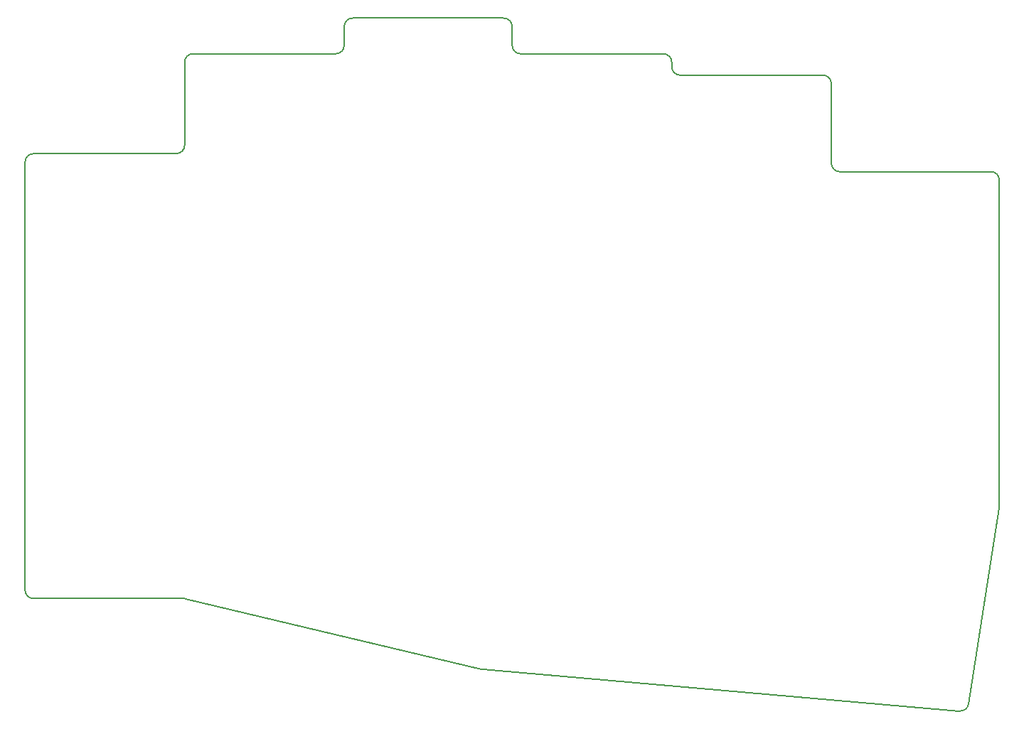
<source format=gbr>
%TF.GenerationSoftware,KiCad,Pcbnew,(6.0.7-1)-1*%
%TF.CreationDate,2022-08-21T13:44:40+10:00*%
%TF.ProjectId,buckyboard_v1,6275636b-7962-46f6-9172-645f76312e6b,v1.0.0*%
%TF.SameCoordinates,Original*%
%TF.FileFunction,Profile,NP*%
%FSLAX46Y46*%
G04 Gerber Fmt 4.6, Leading zero omitted, Abs format (unit mm)*
G04 Created by KiCad (PCBNEW (6.0.7-1)-1) date 2022-08-21 13:44:40*
%MOMM*%
%LPD*%
G01*
G04 APERTURE LIST*
%TA.AperFunction,Profile*%
%ADD10C,0.150000*%
%TD*%
G04 APERTURE END LIST*
D10*
X-10000000Y-8500000D02*
X-10000000Y42500000D01*
X9114352Y-9527276D02*
G75*
G03*
X8882440Y-9500000I-231952J-972624D01*
G01*
X87000000Y41350000D02*
X105000000Y41350000D01*
X86000000Y42350000D02*
G75*
G03*
X87000000Y41350000I1000000J0D01*
G01*
X106000000Y40350000D02*
G75*
G03*
X105000000Y41350000I-1000000J0D01*
G01*
X86000000Y51850000D02*
G75*
G03*
X85000000Y52850000I-1000000J0D01*
G01*
X86000000Y42350000D02*
X86000000Y51850000D01*
X48000000Y56400000D02*
G75*
G03*
X49000000Y55400000I1000000J0D01*
G01*
X67000000Y54400000D02*
G75*
G03*
X66000000Y55400000I-1000000J0D01*
G01*
X10000000Y55400000D02*
G75*
G03*
X9000000Y54400000I0J-1000000D01*
G01*
X8000000Y43500000D02*
G75*
G03*
X9000000Y44500000I0J1000000D01*
G01*
X85000000Y52850000D02*
X68000000Y52850000D01*
X9000000Y54400000D02*
X9000000Y44500000D01*
X-9000000Y43500000D02*
G75*
G03*
X-10000000Y42500000I-1J-999999D01*
G01*
X27000000Y55400000D02*
G75*
G03*
X28000000Y56400000I0J1000000D01*
G01*
X48000000Y58650000D02*
G75*
G03*
X47000000Y59650000I-1000000J0D01*
G01*
X66000000Y55400000D02*
X49000000Y55400000D01*
X28000000Y58650000D02*
X28000000Y56400000D01*
X27000000Y55400000D02*
X10000000Y55400000D01*
X9114355Y-9527264D02*
X44338556Y-17925241D01*
X67000000Y53850000D02*
G75*
G03*
X68000000Y52850000I1000000J0D01*
G01*
X48000000Y56400000D02*
X48000000Y58650000D01*
X47000000Y59650000D02*
X29000000Y59650000D01*
X44483316Y-17948700D02*
X101258696Y-22915902D01*
X29000000Y59650000D02*
G75*
G03*
X28000000Y58650000I0J-1000000D01*
G01*
X8000000Y43500000D02*
X-9000000Y43500000D01*
X-9000000Y-9500000D02*
X8882440Y-9500000D01*
X105987969Y1273154D02*
G75*
G03*
X106000000Y1427782I-987869J154646D01*
G01*
X-10000000Y-8500000D02*
G75*
G03*
X-9000000Y-9500000I999999J-1D01*
G01*
X105987973Y1273153D02*
X102333824Y-22074337D01*
X106000000Y40350000D02*
X106000000Y1427782D01*
X44338557Y-17925235D02*
G75*
G03*
X44483315Y-17948700I231943J972635D01*
G01*
X101258701Y-22915844D02*
G75*
G03*
X102333824Y-22074337I87199J996144D01*
G01*
X67000000Y53850000D02*
X67000000Y54400000D01*
M02*

</source>
